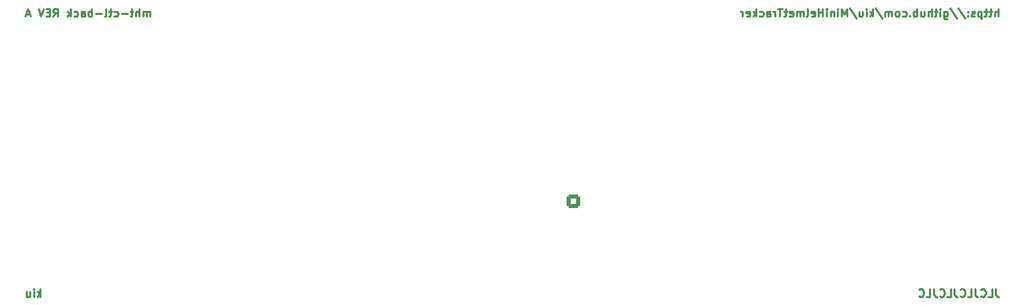
<source format=gbo>
G04 #@! TF.GenerationSoftware,KiCad,Pcbnew,(6.0.0)*
G04 #@! TF.CreationDate,2022-06-26T22:57:09+02:00*
G04 #@! TF.ProjectId,mht-ctl-back,6d68742d-6374-46c2-9d62-61636b2e6b69,rev?*
G04 #@! TF.SameCoordinates,Original*
G04 #@! TF.FileFunction,Legend,Bot*
G04 #@! TF.FilePolarity,Positive*
%FSLAX46Y46*%
G04 Gerber Fmt 4.6, Leading zero omitted, Abs format (unit mm)*
G04 Created by KiCad (PCBNEW (6.0.0)) date 2022-06-26 22:57:09*
%MOMM*%
%LPD*%
G01*
G04 APERTURE LIST*
G04 Aperture macros list*
%AMRoundRect*
0 Rectangle with rounded corners*
0 $1 Rounding radius*
0 $2 $3 $4 $5 $6 $7 $8 $9 X,Y pos of 4 corners*
0 Add a 4 corners polygon primitive as box body*
4,1,4,$2,$3,$4,$5,$6,$7,$8,$9,$2,$3,0*
0 Add four circle primitives for the rounded corners*
1,1,$1+$1,$2,$3*
1,1,$1+$1,$4,$5*
1,1,$1+$1,$6,$7*
1,1,$1+$1,$8,$9*
0 Add four rect primitives between the rounded corners*
20,1,$1+$1,$2,$3,$4,$5,0*
20,1,$1+$1,$4,$5,$6,$7,0*
20,1,$1+$1,$6,$7,$8,$9,0*
20,1,$1+$1,$8,$9,$2,$3,0*%
G04 Aperture macros list end*
%ADD10C,0.250000*%
%ADD11O,2.400000X4.600000*%
%ADD12O,2.400000X4.660000*%
%ADD13RoundRect,0.250000X-0.600000X0.600000X-0.600000X-0.600000X0.600000X-0.600000X0.600000X0.600000X0*%
%ADD14C,1.700000*%
G04 APERTURE END LIST*
D10*
X83114880Y-128952380D02*
X83114880Y-127952380D01*
X83019642Y-128571428D02*
X82733928Y-128952380D01*
X82733928Y-128285714D02*
X83114880Y-128666666D01*
X82305357Y-128952380D02*
X82305357Y-128285714D01*
X82305357Y-127952380D02*
X82352976Y-128000000D01*
X82305357Y-128047619D01*
X82257738Y-128000000D01*
X82305357Y-127952380D01*
X82305357Y-128047619D01*
X81400595Y-128285714D02*
X81400595Y-128952380D01*
X81829166Y-128285714D02*
X81829166Y-128809523D01*
X81781547Y-128904761D01*
X81686309Y-128952380D01*
X81543452Y-128952380D01*
X81448214Y-128904761D01*
X81400595Y-128857142D01*
X202313690Y-127952380D02*
X202313690Y-128666666D01*
X202361309Y-128809523D01*
X202456547Y-128904761D01*
X202599404Y-128952380D01*
X202694642Y-128952380D01*
X201361309Y-128952380D02*
X201837500Y-128952380D01*
X201837500Y-127952380D01*
X200456547Y-128857142D02*
X200504166Y-128904761D01*
X200647023Y-128952380D01*
X200742261Y-128952380D01*
X200885119Y-128904761D01*
X200980357Y-128809523D01*
X201027976Y-128714285D01*
X201075595Y-128523809D01*
X201075595Y-128380952D01*
X201027976Y-128190476D01*
X200980357Y-128095238D01*
X200885119Y-128000000D01*
X200742261Y-127952380D01*
X200647023Y-127952380D01*
X200504166Y-128000000D01*
X200456547Y-128047619D01*
X199742261Y-127952380D02*
X199742261Y-128666666D01*
X199789880Y-128809523D01*
X199885119Y-128904761D01*
X200027976Y-128952380D01*
X200123214Y-128952380D01*
X198789880Y-128952380D02*
X199266071Y-128952380D01*
X199266071Y-127952380D01*
X197885119Y-128857142D02*
X197932738Y-128904761D01*
X198075595Y-128952380D01*
X198170833Y-128952380D01*
X198313690Y-128904761D01*
X198408928Y-128809523D01*
X198456547Y-128714285D01*
X198504166Y-128523809D01*
X198504166Y-128380952D01*
X198456547Y-128190476D01*
X198408928Y-128095238D01*
X198313690Y-128000000D01*
X198170833Y-127952380D01*
X198075595Y-127952380D01*
X197932738Y-128000000D01*
X197885119Y-128047619D01*
X197170833Y-127952380D02*
X197170833Y-128666666D01*
X197218452Y-128809523D01*
X197313690Y-128904761D01*
X197456547Y-128952380D01*
X197551785Y-128952380D01*
X196218452Y-128952380D02*
X196694642Y-128952380D01*
X196694642Y-127952380D01*
X195313690Y-128857142D02*
X195361309Y-128904761D01*
X195504166Y-128952380D01*
X195599404Y-128952380D01*
X195742261Y-128904761D01*
X195837500Y-128809523D01*
X195885119Y-128714285D01*
X195932738Y-128523809D01*
X195932738Y-128380952D01*
X195885119Y-128190476D01*
X195837500Y-128095238D01*
X195742261Y-128000000D01*
X195599404Y-127952380D01*
X195504166Y-127952380D01*
X195361309Y-128000000D01*
X195313690Y-128047619D01*
X194599404Y-127952380D02*
X194599404Y-128666666D01*
X194647023Y-128809523D01*
X194742261Y-128904761D01*
X194885119Y-128952380D01*
X194980357Y-128952380D01*
X193647023Y-128952380D02*
X194123214Y-128952380D01*
X194123214Y-127952380D01*
X192742261Y-128857142D02*
X192789880Y-128904761D01*
X192932738Y-128952380D01*
X193027976Y-128952380D01*
X193170833Y-128904761D01*
X193266071Y-128809523D01*
X193313690Y-128714285D01*
X193361309Y-128523809D01*
X193361309Y-128380952D01*
X193313690Y-128190476D01*
X193266071Y-128095238D01*
X193170833Y-128000000D01*
X193027976Y-127952380D01*
X192932738Y-127952380D01*
X192789880Y-128000000D01*
X192742261Y-128047619D01*
X202599404Y-93952380D02*
X202599404Y-92952380D01*
X202170833Y-93952380D02*
X202170833Y-93428571D01*
X202218452Y-93333333D01*
X202313690Y-93285714D01*
X202456547Y-93285714D01*
X202551785Y-93333333D01*
X202599404Y-93380952D01*
X201837500Y-93285714D02*
X201456547Y-93285714D01*
X201694642Y-92952380D02*
X201694642Y-93809523D01*
X201647023Y-93904761D01*
X201551785Y-93952380D01*
X201456547Y-93952380D01*
X201266071Y-93285714D02*
X200885119Y-93285714D01*
X201123214Y-92952380D02*
X201123214Y-93809523D01*
X201075595Y-93904761D01*
X200980357Y-93952380D01*
X200885119Y-93952380D01*
X200551785Y-93285714D02*
X200551785Y-94285714D01*
X200551785Y-93333333D02*
X200456547Y-93285714D01*
X200266071Y-93285714D01*
X200170833Y-93333333D01*
X200123214Y-93380952D01*
X200075595Y-93476190D01*
X200075595Y-93761904D01*
X200123214Y-93857142D01*
X200170833Y-93904761D01*
X200266071Y-93952380D01*
X200456547Y-93952380D01*
X200551785Y-93904761D01*
X199694642Y-93904761D02*
X199599404Y-93952380D01*
X199408928Y-93952380D01*
X199313690Y-93904761D01*
X199266071Y-93809523D01*
X199266071Y-93761904D01*
X199313690Y-93666666D01*
X199408928Y-93619047D01*
X199551785Y-93619047D01*
X199647023Y-93571428D01*
X199694642Y-93476190D01*
X199694642Y-93428571D01*
X199647023Y-93333333D01*
X199551785Y-93285714D01*
X199408928Y-93285714D01*
X199313690Y-93333333D01*
X198837500Y-93857142D02*
X198789880Y-93904761D01*
X198837500Y-93952380D01*
X198885119Y-93904761D01*
X198837500Y-93857142D01*
X198837500Y-93952380D01*
X198837500Y-93333333D02*
X198789880Y-93380952D01*
X198837500Y-93428571D01*
X198885119Y-93380952D01*
X198837500Y-93333333D01*
X198837500Y-93428571D01*
X197647023Y-92904761D02*
X198504166Y-94190476D01*
X196599404Y-92904761D02*
X197456547Y-94190476D01*
X195837500Y-93285714D02*
X195837500Y-94095238D01*
X195885119Y-94190476D01*
X195932738Y-94238095D01*
X196027976Y-94285714D01*
X196170833Y-94285714D01*
X196266071Y-94238095D01*
X195837500Y-93904761D02*
X195932738Y-93952380D01*
X196123214Y-93952380D01*
X196218452Y-93904761D01*
X196266071Y-93857142D01*
X196313690Y-93761904D01*
X196313690Y-93476190D01*
X196266071Y-93380952D01*
X196218452Y-93333333D01*
X196123214Y-93285714D01*
X195932738Y-93285714D01*
X195837500Y-93333333D01*
X195361309Y-93952380D02*
X195361309Y-93285714D01*
X195361309Y-92952380D02*
X195408928Y-93000000D01*
X195361309Y-93047619D01*
X195313690Y-93000000D01*
X195361309Y-92952380D01*
X195361309Y-93047619D01*
X195027976Y-93285714D02*
X194647023Y-93285714D01*
X194885119Y-92952380D02*
X194885119Y-93809523D01*
X194837500Y-93904761D01*
X194742261Y-93952380D01*
X194647023Y-93952380D01*
X194313690Y-93952380D02*
X194313690Y-92952380D01*
X193885119Y-93952380D02*
X193885119Y-93428571D01*
X193932738Y-93333333D01*
X194027976Y-93285714D01*
X194170833Y-93285714D01*
X194266071Y-93333333D01*
X194313690Y-93380952D01*
X192980357Y-93285714D02*
X192980357Y-93952380D01*
X193408928Y-93285714D02*
X193408928Y-93809523D01*
X193361309Y-93904761D01*
X193266071Y-93952380D01*
X193123214Y-93952380D01*
X193027976Y-93904761D01*
X192980357Y-93857142D01*
X192504166Y-93952380D02*
X192504166Y-92952380D01*
X192504166Y-93333333D02*
X192408928Y-93285714D01*
X192218452Y-93285714D01*
X192123214Y-93333333D01*
X192075595Y-93380952D01*
X192027976Y-93476190D01*
X192027976Y-93761904D01*
X192075595Y-93857142D01*
X192123214Y-93904761D01*
X192218452Y-93952380D01*
X192408928Y-93952380D01*
X192504166Y-93904761D01*
X191599404Y-93857142D02*
X191551785Y-93904761D01*
X191599404Y-93952380D01*
X191647023Y-93904761D01*
X191599404Y-93857142D01*
X191599404Y-93952380D01*
X190694642Y-93904761D02*
X190789880Y-93952380D01*
X190980357Y-93952380D01*
X191075595Y-93904761D01*
X191123214Y-93857142D01*
X191170833Y-93761904D01*
X191170833Y-93476190D01*
X191123214Y-93380952D01*
X191075595Y-93333333D01*
X190980357Y-93285714D01*
X190789880Y-93285714D01*
X190694642Y-93333333D01*
X190123214Y-93952380D02*
X190218452Y-93904761D01*
X190266071Y-93857142D01*
X190313690Y-93761904D01*
X190313690Y-93476190D01*
X190266071Y-93380952D01*
X190218452Y-93333333D01*
X190123214Y-93285714D01*
X189980357Y-93285714D01*
X189885119Y-93333333D01*
X189837500Y-93380952D01*
X189789880Y-93476190D01*
X189789880Y-93761904D01*
X189837500Y-93857142D01*
X189885119Y-93904761D01*
X189980357Y-93952380D01*
X190123214Y-93952380D01*
X189361309Y-93952380D02*
X189361309Y-93285714D01*
X189361309Y-93380952D02*
X189313690Y-93333333D01*
X189218452Y-93285714D01*
X189075595Y-93285714D01*
X188980357Y-93333333D01*
X188932738Y-93428571D01*
X188932738Y-93952380D01*
X188932738Y-93428571D02*
X188885119Y-93333333D01*
X188789880Y-93285714D01*
X188647023Y-93285714D01*
X188551785Y-93333333D01*
X188504166Y-93428571D01*
X188504166Y-93952380D01*
X187313690Y-92904761D02*
X188170833Y-94190476D01*
X186980357Y-93952380D02*
X186980357Y-92952380D01*
X186885119Y-93571428D02*
X186599404Y-93952380D01*
X186599404Y-93285714D02*
X186980357Y-93666666D01*
X186170833Y-93952380D02*
X186170833Y-93285714D01*
X186170833Y-92952380D02*
X186218452Y-93000000D01*
X186170833Y-93047619D01*
X186123214Y-93000000D01*
X186170833Y-92952380D01*
X186170833Y-93047619D01*
X185266071Y-93285714D02*
X185266071Y-93952380D01*
X185694642Y-93285714D02*
X185694642Y-93809523D01*
X185647023Y-93904761D01*
X185551785Y-93952380D01*
X185408928Y-93952380D01*
X185313690Y-93904761D01*
X185266071Y-93857142D01*
X184075595Y-92904761D02*
X184932738Y-94190476D01*
X183742261Y-93952380D02*
X183742261Y-92952380D01*
X183408928Y-93666666D01*
X183075595Y-92952380D01*
X183075595Y-93952380D01*
X182599404Y-93952380D02*
X182599404Y-93285714D01*
X182599404Y-92952380D02*
X182647023Y-93000000D01*
X182599404Y-93047619D01*
X182551785Y-93000000D01*
X182599404Y-92952380D01*
X182599404Y-93047619D01*
X182123214Y-93285714D02*
X182123214Y-93952380D01*
X182123214Y-93380952D02*
X182075595Y-93333333D01*
X181980357Y-93285714D01*
X181837500Y-93285714D01*
X181742261Y-93333333D01*
X181694642Y-93428571D01*
X181694642Y-93952380D01*
X181218452Y-93952380D02*
X181218452Y-93285714D01*
X181218452Y-92952380D02*
X181266071Y-93000000D01*
X181218452Y-93047619D01*
X181170833Y-93000000D01*
X181218452Y-92952380D01*
X181218452Y-93047619D01*
X180742261Y-93952380D02*
X180742261Y-92952380D01*
X180742261Y-93428571D02*
X180170833Y-93428571D01*
X180170833Y-93952380D02*
X180170833Y-92952380D01*
X179313690Y-93904761D02*
X179408928Y-93952380D01*
X179599404Y-93952380D01*
X179694642Y-93904761D01*
X179742261Y-93809523D01*
X179742261Y-93428571D01*
X179694642Y-93333333D01*
X179599404Y-93285714D01*
X179408928Y-93285714D01*
X179313690Y-93333333D01*
X179266071Y-93428571D01*
X179266071Y-93523809D01*
X179742261Y-93619047D01*
X178694642Y-93952380D02*
X178789880Y-93904761D01*
X178837500Y-93809523D01*
X178837500Y-92952380D01*
X178313690Y-93952380D02*
X178313690Y-93285714D01*
X178313690Y-93380952D02*
X178266071Y-93333333D01*
X178170833Y-93285714D01*
X178027976Y-93285714D01*
X177932738Y-93333333D01*
X177885119Y-93428571D01*
X177885119Y-93952380D01*
X177885119Y-93428571D02*
X177837500Y-93333333D01*
X177742261Y-93285714D01*
X177599404Y-93285714D01*
X177504166Y-93333333D01*
X177456547Y-93428571D01*
X177456547Y-93952380D01*
X176599404Y-93904761D02*
X176694642Y-93952380D01*
X176885119Y-93952380D01*
X176980357Y-93904761D01*
X177027976Y-93809523D01*
X177027976Y-93428571D01*
X176980357Y-93333333D01*
X176885119Y-93285714D01*
X176694642Y-93285714D01*
X176599404Y-93333333D01*
X176551785Y-93428571D01*
X176551785Y-93523809D01*
X177027976Y-93619047D01*
X176266071Y-93285714D02*
X175885119Y-93285714D01*
X176123214Y-92952380D02*
X176123214Y-93809523D01*
X176075595Y-93904761D01*
X175980357Y-93952380D01*
X175885119Y-93952380D01*
X175694642Y-92952380D02*
X175123214Y-92952380D01*
X175408928Y-93952380D02*
X175408928Y-92952380D01*
X174789880Y-93952380D02*
X174789880Y-93285714D01*
X174789880Y-93476190D02*
X174742261Y-93380952D01*
X174694642Y-93333333D01*
X174599404Y-93285714D01*
X174504166Y-93285714D01*
X173742261Y-93952380D02*
X173742261Y-93428571D01*
X173789880Y-93333333D01*
X173885119Y-93285714D01*
X174075595Y-93285714D01*
X174170833Y-93333333D01*
X173742261Y-93904761D02*
X173837500Y-93952380D01*
X174075595Y-93952380D01*
X174170833Y-93904761D01*
X174218452Y-93809523D01*
X174218452Y-93714285D01*
X174170833Y-93619047D01*
X174075595Y-93571428D01*
X173837500Y-93571428D01*
X173742261Y-93523809D01*
X172837500Y-93904761D02*
X172932738Y-93952380D01*
X173123214Y-93952380D01*
X173218452Y-93904761D01*
X173266071Y-93857142D01*
X173313690Y-93761904D01*
X173313690Y-93476190D01*
X173266071Y-93380952D01*
X173218452Y-93333333D01*
X173123214Y-93285714D01*
X172932738Y-93285714D01*
X172837500Y-93333333D01*
X172408928Y-93952380D02*
X172408928Y-92952380D01*
X172313690Y-93571428D02*
X172027976Y-93952380D01*
X172027976Y-93285714D02*
X172408928Y-93666666D01*
X171218452Y-93904761D02*
X171313690Y-93952380D01*
X171504166Y-93952380D01*
X171599404Y-93904761D01*
X171647023Y-93809523D01*
X171647023Y-93428571D01*
X171599404Y-93333333D01*
X171504166Y-93285714D01*
X171313690Y-93285714D01*
X171218452Y-93333333D01*
X171170833Y-93428571D01*
X171170833Y-93523809D01*
X171647023Y-93619047D01*
X170742261Y-93952380D02*
X170742261Y-93285714D01*
X170742261Y-93476190D02*
X170694642Y-93380952D01*
X170647023Y-93333333D01*
X170551785Y-93285714D01*
X170456547Y-93285714D01*
X96781547Y-93952380D02*
X96781547Y-93285714D01*
X96781547Y-93380952D02*
X96733928Y-93333333D01*
X96638690Y-93285714D01*
X96495833Y-93285714D01*
X96400595Y-93333333D01*
X96352976Y-93428571D01*
X96352976Y-93952380D01*
X96352976Y-93428571D02*
X96305357Y-93333333D01*
X96210119Y-93285714D01*
X96067261Y-93285714D01*
X95972023Y-93333333D01*
X95924404Y-93428571D01*
X95924404Y-93952380D01*
X95448214Y-93952380D02*
X95448214Y-92952380D01*
X95019642Y-93952380D02*
X95019642Y-93428571D01*
X95067261Y-93333333D01*
X95162500Y-93285714D01*
X95305357Y-93285714D01*
X95400595Y-93333333D01*
X95448214Y-93380952D01*
X94686309Y-93285714D02*
X94305357Y-93285714D01*
X94543452Y-92952380D02*
X94543452Y-93809523D01*
X94495833Y-93904761D01*
X94400595Y-93952380D01*
X94305357Y-93952380D01*
X93972023Y-93571428D02*
X93210119Y-93571428D01*
X92305357Y-93904761D02*
X92400595Y-93952380D01*
X92591071Y-93952380D01*
X92686309Y-93904761D01*
X92733928Y-93857142D01*
X92781547Y-93761904D01*
X92781547Y-93476190D01*
X92733928Y-93380952D01*
X92686309Y-93333333D01*
X92591071Y-93285714D01*
X92400595Y-93285714D01*
X92305357Y-93333333D01*
X92019642Y-93285714D02*
X91638690Y-93285714D01*
X91876785Y-92952380D02*
X91876785Y-93809523D01*
X91829166Y-93904761D01*
X91733928Y-93952380D01*
X91638690Y-93952380D01*
X91162500Y-93952380D02*
X91257738Y-93904761D01*
X91305357Y-93809523D01*
X91305357Y-92952380D01*
X90781547Y-93571428D02*
X90019642Y-93571428D01*
X89543452Y-93952380D02*
X89543452Y-92952380D01*
X89543452Y-93333333D02*
X89448214Y-93285714D01*
X89257738Y-93285714D01*
X89162500Y-93333333D01*
X89114880Y-93380952D01*
X89067261Y-93476190D01*
X89067261Y-93761904D01*
X89114880Y-93857142D01*
X89162500Y-93904761D01*
X89257738Y-93952380D01*
X89448214Y-93952380D01*
X89543452Y-93904761D01*
X88210119Y-93952380D02*
X88210119Y-93428571D01*
X88257738Y-93333333D01*
X88352976Y-93285714D01*
X88543452Y-93285714D01*
X88638690Y-93333333D01*
X88210119Y-93904761D02*
X88305357Y-93952380D01*
X88543452Y-93952380D01*
X88638690Y-93904761D01*
X88686309Y-93809523D01*
X88686309Y-93714285D01*
X88638690Y-93619047D01*
X88543452Y-93571428D01*
X88305357Y-93571428D01*
X88210119Y-93523809D01*
X87305357Y-93904761D02*
X87400595Y-93952380D01*
X87591071Y-93952380D01*
X87686309Y-93904761D01*
X87733928Y-93857142D01*
X87781547Y-93761904D01*
X87781547Y-93476190D01*
X87733928Y-93380952D01*
X87686309Y-93333333D01*
X87591071Y-93285714D01*
X87400595Y-93285714D01*
X87305357Y-93333333D01*
X86876785Y-93952380D02*
X86876785Y-92952380D01*
X86781547Y-93571428D02*
X86495833Y-93952380D01*
X86495833Y-93285714D02*
X86876785Y-93666666D01*
X84733928Y-93952380D02*
X85067261Y-93476190D01*
X85305357Y-93952380D02*
X85305357Y-92952380D01*
X84924404Y-92952380D01*
X84829166Y-93000000D01*
X84781547Y-93047619D01*
X84733928Y-93142857D01*
X84733928Y-93285714D01*
X84781547Y-93380952D01*
X84829166Y-93428571D01*
X84924404Y-93476190D01*
X85305357Y-93476190D01*
X84305357Y-93428571D02*
X83972023Y-93428571D01*
X83829166Y-93952380D02*
X84305357Y-93952380D01*
X84305357Y-92952380D01*
X83829166Y-92952380D01*
X83543452Y-92952380D02*
X83210119Y-93952380D01*
X82876785Y-92952380D01*
X81829166Y-93666666D02*
X81352976Y-93666666D01*
X81924404Y-93952380D02*
X81591071Y-92952380D01*
X81257738Y-93952380D01*
%LPC*%
D11*
X159000000Y-98000000D03*
X159000000Y-103000000D03*
X159000000Y-108000000D03*
D12*
X156000000Y-103000000D03*
D11*
X168000000Y-103000000D03*
X187000000Y-98000000D03*
X187000000Y-103000000D03*
X187000000Y-108000000D03*
D12*
X184000000Y-103000000D03*
D11*
X196000000Y-103000000D03*
X111000000Y-98000000D03*
X111000000Y-103000000D03*
X111000000Y-108000000D03*
D12*
X108000000Y-103000000D03*
D11*
X120000000Y-103000000D03*
X88000000Y-98000000D03*
X88000000Y-103000000D03*
X88000000Y-108000000D03*
D12*
X85000000Y-103000000D03*
D11*
X97000000Y-103000000D03*
X134000000Y-98000000D03*
X134000000Y-103000000D03*
X134000000Y-108000000D03*
D12*
X131000000Y-103000000D03*
D11*
X143000000Y-103000000D03*
D13*
X149620000Y-117000000D03*
D14*
X149620000Y-119540000D03*
X147080000Y-117000000D03*
X147080000Y-119540000D03*
X144540000Y-117000000D03*
X144540000Y-119540000D03*
X142000000Y-117000000D03*
X142000000Y-119540000D03*
X139460000Y-117000000D03*
X139460000Y-119540000D03*
X136920000Y-117000000D03*
X136920000Y-119540000D03*
X134380000Y-117000000D03*
X134380000Y-119540000D03*
M02*

</source>
